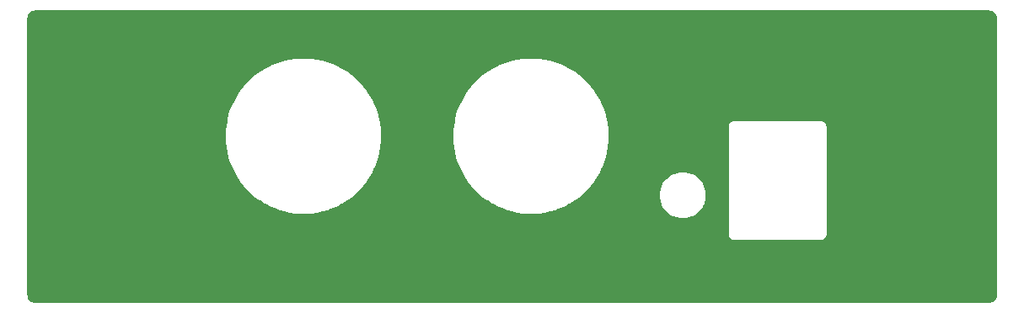
<source format=gbr>
%TF.GenerationSoftware,KiCad,Pcbnew,(6.0.11)*%
%TF.CreationDate,2023-08-23T19:51:56-07:00*%
%TF.ProjectId,miditwiddle-back,6d696469-7477-4696-9464-6c652d626163,rev?*%
%TF.SameCoordinates,PX9157080PY68799b0*%
%TF.FileFunction,Copper,L1,Top*%
%TF.FilePolarity,Positive*%
%FSLAX46Y46*%
G04 Gerber Fmt 4.6, Leading zero omitted, Abs format (unit mm)*
G04 Created by KiCad (PCBNEW (6.0.11)) date 2023-08-23 19:51:56*
%MOMM*%
%LPD*%
G01*
G04 APERTURE LIST*
%TA.AperFunction,ViaPad*%
%ADD10C,0.600000*%
%TD*%
G04 APERTURE END LIST*
D10*
%TO.N,GND*%
X-48000000Y21950000D03*
X-48000000Y-6050000D03*
X48000000Y-6050000D03*
X48000000Y21950000D03*
%TD*%
%TA.AperFunction,Conductor*%
%TO.N,GND*%
G36*
X47984142Y22642786D02*
G01*
X48000000Y22639990D01*
X48010855Y22641904D01*
X48021879Y22641904D01*
X48021879Y22640865D01*
X48034345Y22641317D01*
X48123179Y22632568D01*
X48147405Y22627749D01*
X48253973Y22595422D01*
X48276793Y22585970D01*
X48375010Y22533472D01*
X48395548Y22519749D01*
X48481634Y22449099D01*
X48499099Y22431634D01*
X48569749Y22345548D01*
X48583472Y22325010D01*
X48635970Y22226793D01*
X48645422Y22203973D01*
X48677749Y22097405D01*
X48682568Y22073179D01*
X48691317Y21984345D01*
X48690865Y21971879D01*
X48691904Y21971879D01*
X48691904Y21960855D01*
X48689990Y21950000D01*
X48691904Y21939146D01*
X48692786Y21934144D01*
X48694700Y21912264D01*
X48694700Y-6012264D01*
X48692786Y-6034142D01*
X48689990Y-6050000D01*
X48691904Y-6060855D01*
X48691904Y-6071879D01*
X48690865Y-6071879D01*
X48691317Y-6084345D01*
X48682568Y-6173179D01*
X48677749Y-6197405D01*
X48645422Y-6303973D01*
X48635970Y-6326793D01*
X48583472Y-6425010D01*
X48569749Y-6445548D01*
X48499099Y-6531634D01*
X48481634Y-6549099D01*
X48395548Y-6619749D01*
X48375010Y-6633472D01*
X48276793Y-6685970D01*
X48253973Y-6695422D01*
X48147405Y-6727749D01*
X48123179Y-6732568D01*
X48034345Y-6741317D01*
X48021879Y-6740865D01*
X48021879Y-6741904D01*
X48010855Y-6741904D01*
X48000000Y-6739990D01*
X47984142Y-6742786D01*
X47962264Y-6744700D01*
X-47962264Y-6744700D01*
X-47984142Y-6742786D01*
X-48000000Y-6739990D01*
X-48010855Y-6741904D01*
X-48021879Y-6741904D01*
X-48021879Y-6740865D01*
X-48034345Y-6741317D01*
X-48123179Y-6732568D01*
X-48147405Y-6727749D01*
X-48253973Y-6695422D01*
X-48276793Y-6685970D01*
X-48375010Y-6633472D01*
X-48395548Y-6619749D01*
X-48481634Y-6549099D01*
X-48499099Y-6531634D01*
X-48569749Y-6445548D01*
X-48583472Y-6425010D01*
X-48635970Y-6326793D01*
X-48645422Y-6303973D01*
X-48677749Y-6197405D01*
X-48682568Y-6173179D01*
X-48691317Y-6084345D01*
X-48690865Y-6071879D01*
X-48691904Y-6071879D01*
X-48691904Y-6060855D01*
X-48689990Y-6050000D01*
X-48692786Y-6034142D01*
X-48694700Y-6012264D01*
X-48694700Y100000D01*
X21759990Y100000D01*
X21761904Y89146D01*
X21761904Y89140D01*
X21763498Y80099D01*
X21763563Y79651D01*
X21763591Y79576D01*
X21763599Y79531D01*
X21763591Y79457D01*
X21764611Y72410D01*
X21764691Y71704D01*
X21762713Y71480D01*
X21762699Y71354D01*
X21764705Y71580D01*
X21774252Y-13151D01*
X21811860Y-120629D01*
X21872441Y-217043D01*
X21952957Y-297559D01*
X22049371Y-358140D01*
X22156849Y-395748D01*
X22163877Y-396540D01*
X22163886Y-396542D01*
X22188831Y-399353D01*
X22202338Y-401747D01*
X22209673Y-404673D01*
X22216068Y-405300D01*
X22232264Y-405300D01*
X22254141Y-407214D01*
X22270000Y-410010D01*
X22285858Y-407214D01*
X22307736Y-405300D01*
X31032264Y-405300D01*
X31054142Y-407214D01*
X31070000Y-410010D01*
X31080855Y-408096D01*
X31080860Y-408096D01*
X31089901Y-406502D01*
X31090349Y-406437D01*
X31090424Y-406409D01*
X31090469Y-406401D01*
X31090543Y-406409D01*
X31097590Y-405389D01*
X31098296Y-405309D01*
X31098520Y-407287D01*
X31098646Y-407301D01*
X31098420Y-405295D01*
X31176122Y-396540D01*
X31183151Y-395748D01*
X31290629Y-358140D01*
X31387043Y-297559D01*
X31467559Y-217043D01*
X31528140Y-120629D01*
X31565748Y-13151D01*
X31566540Y-6122D01*
X31566542Y-6114D01*
X31569353Y18831D01*
X31571747Y32338D01*
X31574673Y39673D01*
X31575300Y46068D01*
X31575300Y62264D01*
X31577214Y84144D01*
X31578096Y89146D01*
X31580010Y100000D01*
X31577214Y115858D01*
X31575300Y137736D01*
X31575300Y10962264D01*
X31577214Y10984144D01*
X31578096Y10989146D01*
X31580010Y11000000D01*
X31578096Y11010855D01*
X31578096Y11010860D01*
X31576502Y11019901D01*
X31576437Y11020349D01*
X31576409Y11020424D01*
X31576401Y11020469D01*
X31576409Y11020543D01*
X31575389Y11027590D01*
X31575309Y11028296D01*
X31577287Y11028520D01*
X31577301Y11028646D01*
X31575295Y11028420D01*
X31566540Y11106122D01*
X31565748Y11113151D01*
X31528140Y11220629D01*
X31467559Y11317043D01*
X31387043Y11397559D01*
X31290629Y11458140D01*
X31183151Y11495748D01*
X31176123Y11496540D01*
X31176114Y11496542D01*
X31151169Y11499353D01*
X31137662Y11501747D01*
X31130327Y11504673D01*
X31123932Y11505300D01*
X31107736Y11505300D01*
X31085859Y11507214D01*
X31070000Y11510010D01*
X31054142Y11507214D01*
X31032264Y11505300D01*
X22307736Y11505300D01*
X22285858Y11507214D01*
X22270000Y11510010D01*
X22259145Y11508096D01*
X22259140Y11508096D01*
X22250099Y11506502D01*
X22249651Y11506437D01*
X22249576Y11506409D01*
X22249531Y11506401D01*
X22249457Y11506409D01*
X22242410Y11505389D01*
X22241704Y11505309D01*
X22241480Y11507287D01*
X22241354Y11507301D01*
X22241580Y11505295D01*
X22156849Y11495748D01*
X22049371Y11458140D01*
X21952957Y11397559D01*
X21872441Y11317043D01*
X21811860Y11220629D01*
X21774252Y11113151D01*
X21773460Y11106123D01*
X21773458Y11106114D01*
X21770647Y11081169D01*
X21768253Y11067662D01*
X21765327Y11060327D01*
X21764700Y11053932D01*
X21764700Y11037736D01*
X21762786Y11015859D01*
X21759990Y11000000D01*
X21761904Y10989146D01*
X21762786Y10984144D01*
X21764700Y10962264D01*
X21764700Y137736D01*
X21762786Y115858D01*
X21759990Y100000D01*
X-48694700Y100000D01*
X-48694700Y10000000D01*
X-28765277Y10000000D01*
X-28762646Y9924659D01*
X-28746252Y9455183D01*
X-28689268Y8913020D01*
X-28594604Y8376152D01*
X-28462720Y7847196D01*
X-28294260Y7328728D01*
X-28293435Y7326687D01*
X-28293431Y7326675D01*
X-28108373Y6868643D01*
X-28090043Y6823274D01*
X-28089079Y6821298D01*
X-28089077Y6821293D01*
X-27854569Y6340482D01*
X-27851065Y6333297D01*
X-27578491Y5861184D01*
X-27577263Y5859364D01*
X-27577259Y5859357D01*
X-27495572Y5738251D01*
X-27273647Y5409234D01*
X-26938019Y4979651D01*
X-26936535Y4978003D01*
X-26574714Y4576159D01*
X-26574705Y4576149D01*
X-26573243Y4574526D01*
X-26181095Y4195833D01*
X-26179415Y4194423D01*
X-26179408Y4194417D01*
X-26012207Y4054119D01*
X-25763487Y3845418D01*
X-25761704Y3844122D01*
X-25761693Y3844114D01*
X-25364618Y3555623D01*
X-25322451Y3524987D01*
X-24860139Y3236102D01*
X-24735467Y3169813D01*
X-24472712Y3030104D01*
X-24378800Y2980170D01*
X-24376782Y2979272D01*
X-24376783Y2979272D01*
X-23882776Y2759325D01*
X-23882770Y2759323D01*
X-23880781Y2758437D01*
X-23878732Y2757691D01*
X-23878724Y2757688D01*
X-23662417Y2678959D01*
X-23368508Y2571985D01*
X-22844477Y2421722D01*
X-22311240Y2308379D01*
X-21771396Y2232509D01*
X-21769208Y2232356D01*
X-21229765Y2194634D01*
X-21229761Y2194634D01*
X-21227575Y2194481D01*
X-20682425Y2194481D01*
X-20680239Y2194634D01*
X-20680235Y2194634D01*
X-20140792Y2232356D01*
X-20138604Y2232509D01*
X-19598760Y2308379D01*
X-19065523Y2421722D01*
X-18541492Y2571985D01*
X-18247583Y2678959D01*
X-18031276Y2757688D01*
X-18031268Y2757691D01*
X-18029219Y2758437D01*
X-18027230Y2759323D01*
X-18027224Y2759325D01*
X-17533217Y2979272D01*
X-17533218Y2979272D01*
X-17531200Y2980170D01*
X-17437287Y3030104D01*
X-17174533Y3169813D01*
X-17049861Y3236102D01*
X-16587549Y3524987D01*
X-16545382Y3555623D01*
X-16148307Y3844114D01*
X-16148296Y3844122D01*
X-16146513Y3845418D01*
X-15897793Y4054119D01*
X-15730592Y4194417D01*
X-15730585Y4194423D01*
X-15728905Y4195833D01*
X-15336757Y4574526D01*
X-15335295Y4576149D01*
X-15335286Y4576159D01*
X-14973465Y4978003D01*
X-14971981Y4979651D01*
X-14636353Y5409234D01*
X-14414428Y5738251D01*
X-14332741Y5859357D01*
X-14332737Y5859364D01*
X-14331509Y5861184D01*
X-14058935Y6333297D01*
X-14055430Y6340482D01*
X-13820923Y6821293D01*
X-13820921Y6821298D01*
X-13819957Y6823274D01*
X-13801627Y6868643D01*
X-13616569Y7326675D01*
X-13616565Y7326687D01*
X-13615740Y7328728D01*
X-13447280Y7847196D01*
X-13315396Y8376152D01*
X-13220732Y8913020D01*
X-13163748Y9455183D01*
X-13144723Y10000000D01*
X-5905277Y10000000D01*
X-5902646Y9924659D01*
X-5886252Y9455183D01*
X-5829268Y8913020D01*
X-5734604Y8376152D01*
X-5602720Y7847196D01*
X-5434260Y7328728D01*
X-5433435Y7326687D01*
X-5433431Y7326675D01*
X-5248373Y6868643D01*
X-5230043Y6823274D01*
X-5229079Y6821298D01*
X-5229077Y6821293D01*
X-4994569Y6340482D01*
X-4991065Y6333297D01*
X-4718491Y5861184D01*
X-4717263Y5859364D01*
X-4717259Y5859357D01*
X-4635572Y5738251D01*
X-4413647Y5409234D01*
X-4078019Y4979651D01*
X-4076535Y4978003D01*
X-3714714Y4576159D01*
X-3714705Y4576149D01*
X-3713243Y4574526D01*
X-3321095Y4195833D01*
X-3319415Y4194423D01*
X-3319408Y4194417D01*
X-3152207Y4054119D01*
X-2903487Y3845418D01*
X-2901704Y3844122D01*
X-2901693Y3844114D01*
X-2504618Y3555623D01*
X-2462451Y3524987D01*
X-2000139Y3236102D01*
X-1875467Y3169813D01*
X-1612712Y3030104D01*
X-1518800Y2980170D01*
X-1516782Y2979272D01*
X-1516783Y2979272D01*
X-1022776Y2759325D01*
X-1022770Y2759323D01*
X-1020781Y2758437D01*
X-1018732Y2757691D01*
X-1018724Y2757688D01*
X-802417Y2678959D01*
X-508508Y2571985D01*
X15523Y2421722D01*
X548760Y2308379D01*
X1088604Y2232509D01*
X1090792Y2232356D01*
X1630235Y2194634D01*
X1630239Y2194634D01*
X1632425Y2194481D01*
X2177575Y2194481D01*
X2179761Y2194634D01*
X2179765Y2194634D01*
X2719208Y2232356D01*
X2721396Y2232509D01*
X3261240Y2308379D01*
X3794477Y2421722D01*
X4318508Y2571985D01*
X4612417Y2678959D01*
X4828724Y2757688D01*
X4828732Y2757691D01*
X4830781Y2758437D01*
X4832770Y2759323D01*
X4832776Y2759325D01*
X5326783Y2979272D01*
X5326782Y2979272D01*
X5328800Y2980170D01*
X5422713Y3030104D01*
X5685467Y3169813D01*
X5810139Y3236102D01*
X6272451Y3524987D01*
X6314618Y3555623D01*
X6711693Y3844114D01*
X6711704Y3844122D01*
X6713487Y3845418D01*
X6957298Y4050000D01*
X14834754Y4050000D01*
X14835024Y4045880D01*
X14848163Y3845418D01*
X14854518Y3748452D01*
X14855320Y3744419D01*
X14855321Y3744413D01*
X14899201Y3523817D01*
X14913474Y3452064D01*
X14914801Y3448155D01*
X14914802Y3448151D01*
X14986388Y3237266D01*
X15010611Y3165907D01*
X15144268Y2894877D01*
X15312159Y2643611D01*
X15511409Y2416409D01*
X15738611Y2217159D01*
X15989877Y2049268D01*
X15993576Y2047444D01*
X15993581Y2047441D01*
X16132691Y1978840D01*
X16260907Y1915611D01*
X16264812Y1914286D01*
X16264813Y1914285D01*
X16543151Y1819802D01*
X16543155Y1819801D01*
X16547064Y1818474D01*
X16551108Y1817670D01*
X16551114Y1817668D01*
X16839413Y1760321D01*
X16839419Y1760320D01*
X16843452Y1759518D01*
X16847557Y1759249D01*
X16847564Y1759248D01*
X17140880Y1740024D01*
X17145000Y1739754D01*
X17149120Y1740024D01*
X17442436Y1759248D01*
X17442443Y1759249D01*
X17446548Y1759518D01*
X17450581Y1760320D01*
X17450587Y1760321D01*
X17738886Y1817668D01*
X17738892Y1817670D01*
X17742936Y1818474D01*
X17746845Y1819801D01*
X17746849Y1819802D01*
X18025187Y1914285D01*
X18025188Y1914286D01*
X18029093Y1915611D01*
X18157309Y1978840D01*
X18296419Y2047441D01*
X18296424Y2047444D01*
X18300123Y2049268D01*
X18551389Y2217159D01*
X18778591Y2416409D01*
X18977841Y2643611D01*
X19145732Y2894877D01*
X19279389Y3165907D01*
X19303612Y3237266D01*
X19375198Y3448151D01*
X19375199Y3448155D01*
X19376526Y3452064D01*
X19390799Y3523817D01*
X19434679Y3744413D01*
X19434680Y3744419D01*
X19435482Y3748452D01*
X19441838Y3845418D01*
X19454976Y4045880D01*
X19455246Y4050000D01*
X19452488Y4092078D01*
X19435752Y4347436D01*
X19435751Y4347443D01*
X19435482Y4351548D01*
X19395282Y4553648D01*
X19377332Y4643886D01*
X19377330Y4643892D01*
X19376526Y4647936D01*
X19318330Y4819378D01*
X19280715Y4930187D01*
X19280714Y4930188D01*
X19279389Y4934093D01*
X19145732Y5205123D01*
X18977841Y5456389D01*
X18778591Y5683591D01*
X18551389Y5882841D01*
X18300123Y6050732D01*
X18296424Y6052556D01*
X18296419Y6052559D01*
X18109195Y6144887D01*
X18029093Y6184389D01*
X18025187Y6185715D01*
X17746849Y6280198D01*
X17746845Y6280199D01*
X17742936Y6281526D01*
X17738892Y6282330D01*
X17738886Y6282332D01*
X17450587Y6339679D01*
X17450581Y6339680D01*
X17446548Y6340482D01*
X17442443Y6340751D01*
X17442436Y6340752D01*
X17149120Y6359976D01*
X17145000Y6360246D01*
X17140880Y6359976D01*
X16847564Y6340752D01*
X16847557Y6340751D01*
X16843452Y6340482D01*
X16839419Y6339680D01*
X16839413Y6339679D01*
X16551114Y6282332D01*
X16551108Y6282330D01*
X16547064Y6281526D01*
X16543155Y6280199D01*
X16543151Y6280198D01*
X16264813Y6185715D01*
X16260907Y6184389D01*
X16180805Y6144887D01*
X15993581Y6052559D01*
X15993576Y6052556D01*
X15989877Y6050732D01*
X15738611Y5882841D01*
X15511409Y5683591D01*
X15312159Y5456389D01*
X15144268Y5205123D01*
X15010611Y4934093D01*
X15009286Y4930188D01*
X15009285Y4930187D01*
X14971671Y4819378D01*
X14913474Y4647936D01*
X14912670Y4643892D01*
X14912668Y4643886D01*
X14893094Y4545482D01*
X14854518Y4351548D01*
X14837662Y4094362D01*
X14834754Y4050000D01*
X6957298Y4050000D01*
X6962207Y4054119D01*
X7129408Y4194417D01*
X7129415Y4194423D01*
X7131095Y4195833D01*
X7523243Y4574526D01*
X7524705Y4576149D01*
X7524714Y4576159D01*
X7886535Y4978003D01*
X7888019Y4979651D01*
X8223647Y5409234D01*
X8445572Y5738251D01*
X8527259Y5859357D01*
X8527263Y5859364D01*
X8528491Y5861184D01*
X8801065Y6333297D01*
X8804570Y6340482D01*
X9039077Y6821293D01*
X9039079Y6821298D01*
X9040043Y6823274D01*
X9058373Y6868643D01*
X9243431Y7326675D01*
X9243435Y7326687D01*
X9244260Y7328728D01*
X9412720Y7847196D01*
X9544604Y8376152D01*
X9639268Y8913020D01*
X9696252Y9455183D01*
X9715277Y10000000D01*
X9696252Y10544817D01*
X9647269Y11010860D01*
X9639498Y11084794D01*
X9639497Y11084801D01*
X9639268Y11086980D01*
X9573411Y11460477D01*
X9544986Y11621683D01*
X9544985Y11621690D01*
X9544604Y11623848D01*
X9412720Y12152804D01*
X9244260Y12671272D01*
X9085849Y13063354D01*
X9040871Y13174677D01*
X9040869Y13174681D01*
X9040043Y13176726D01*
X8898919Y13466073D01*
X8802035Y13664715D01*
X8802030Y13664724D01*
X8801065Y13666703D01*
X8528491Y14138816D01*
X8223647Y14590766D01*
X7888019Y15020349D01*
X7732700Y15192848D01*
X7524714Y15423841D01*
X7524705Y15423851D01*
X7523243Y15425474D01*
X7131095Y15804167D01*
X7129415Y15805577D01*
X7129408Y15805583D01*
X6715183Y16153159D01*
X6715181Y16153161D01*
X6713487Y16154582D01*
X6711704Y16155878D01*
X6711693Y16155886D01*
X6274239Y16473714D01*
X6274238Y16473715D01*
X6272451Y16475013D01*
X5810139Y16763898D01*
X5328800Y17019830D01*
X5043130Y17147019D01*
X4832776Y17240675D01*
X4832770Y17240677D01*
X4830781Y17241563D01*
X4828732Y17242309D01*
X4828724Y17242312D01*
X4320582Y17427260D01*
X4318508Y17428015D01*
X3794477Y17578278D01*
X3261240Y17691621D01*
X2721396Y17767491D01*
X2714668Y17767961D01*
X2179765Y17805366D01*
X2179761Y17805366D01*
X2177575Y17805519D01*
X1632425Y17805519D01*
X1630239Y17805366D01*
X1630235Y17805366D01*
X1095332Y17767961D01*
X1088604Y17767491D01*
X548760Y17691621D01*
X15523Y17578278D01*
X-508508Y17428015D01*
X-510582Y17427260D01*
X-1018724Y17242312D01*
X-1018732Y17242309D01*
X-1020781Y17241563D01*
X-1022770Y17240677D01*
X-1022776Y17240675D01*
X-1233130Y17147019D01*
X-1518800Y17019830D01*
X-2000138Y16763898D01*
X-2462451Y16475013D01*
X-2464238Y16473715D01*
X-2464239Y16473714D01*
X-2901693Y16155886D01*
X-2901704Y16155878D01*
X-2903487Y16154582D01*
X-2905181Y16153161D01*
X-2905183Y16153159D01*
X-3319408Y15805583D01*
X-3319415Y15805577D01*
X-3321095Y15804167D01*
X-3713243Y15425474D01*
X-3714705Y15423851D01*
X-3714714Y15423841D01*
X-3922700Y15192848D01*
X-4078019Y15020349D01*
X-4413647Y14590766D01*
X-4718491Y14138816D01*
X-4991065Y13666703D01*
X-4992030Y13664724D01*
X-4992035Y13664715D01*
X-5088919Y13466073D01*
X-5230043Y13176726D01*
X-5230869Y13174681D01*
X-5230871Y13174677D01*
X-5275848Y13063354D01*
X-5434260Y12671272D01*
X-5602720Y12152804D01*
X-5734604Y11623848D01*
X-5734985Y11621690D01*
X-5734986Y11621683D01*
X-5763411Y11460477D01*
X-5829268Y11086980D01*
X-5829497Y11084801D01*
X-5829498Y11084794D01*
X-5837269Y11010860D01*
X-5886252Y10544817D01*
X-5905277Y10000000D01*
X-13144723Y10000000D01*
X-13163748Y10544817D01*
X-13212731Y11010860D01*
X-13220502Y11084794D01*
X-13220503Y11084801D01*
X-13220732Y11086980D01*
X-13286589Y11460477D01*
X-13315014Y11621683D01*
X-13315015Y11621690D01*
X-13315396Y11623848D01*
X-13447280Y12152804D01*
X-13615740Y12671272D01*
X-13774151Y13063354D01*
X-13819129Y13174677D01*
X-13819131Y13174681D01*
X-13819957Y13176726D01*
X-13961081Y13466073D01*
X-14057965Y13664715D01*
X-14057970Y13664724D01*
X-14058935Y13666703D01*
X-14331509Y14138816D01*
X-14636353Y14590766D01*
X-14971981Y15020349D01*
X-15127300Y15192848D01*
X-15335286Y15423841D01*
X-15335295Y15423851D01*
X-15336757Y15425474D01*
X-15728905Y15804167D01*
X-15730585Y15805577D01*
X-15730592Y15805583D01*
X-16144817Y16153159D01*
X-16144819Y16153161D01*
X-16146513Y16154582D01*
X-16148296Y16155878D01*
X-16148307Y16155886D01*
X-16585761Y16473714D01*
X-16585762Y16473715D01*
X-16587549Y16475013D01*
X-17049861Y16763898D01*
X-17531200Y17019830D01*
X-17816870Y17147019D01*
X-18027224Y17240675D01*
X-18027230Y17240677D01*
X-18029219Y17241563D01*
X-18031268Y17242309D01*
X-18031276Y17242312D01*
X-18539418Y17427260D01*
X-18541492Y17428015D01*
X-19065523Y17578278D01*
X-19598760Y17691621D01*
X-20138604Y17767491D01*
X-20145332Y17767961D01*
X-20680235Y17805366D01*
X-20680239Y17805366D01*
X-20682425Y17805519D01*
X-21227575Y17805519D01*
X-21229761Y17805366D01*
X-21229765Y17805366D01*
X-21764668Y17767961D01*
X-21771396Y17767491D01*
X-22311240Y17691621D01*
X-22844477Y17578278D01*
X-23368508Y17428015D01*
X-23370582Y17427260D01*
X-23878724Y17242312D01*
X-23878732Y17242309D01*
X-23880781Y17241563D01*
X-23882770Y17240677D01*
X-23882776Y17240675D01*
X-24093130Y17147019D01*
X-24378800Y17019830D01*
X-24860138Y16763898D01*
X-25322451Y16475013D01*
X-25324238Y16473715D01*
X-25324239Y16473714D01*
X-25761693Y16155886D01*
X-25761704Y16155878D01*
X-25763487Y16154582D01*
X-25765181Y16153161D01*
X-25765183Y16153159D01*
X-26179408Y15805583D01*
X-26179415Y15805577D01*
X-26181095Y15804167D01*
X-26573243Y15425474D01*
X-26574705Y15423851D01*
X-26574714Y15423841D01*
X-26782700Y15192848D01*
X-26938019Y15020349D01*
X-27273647Y14590766D01*
X-27578491Y14138816D01*
X-27851065Y13666703D01*
X-27852030Y13664724D01*
X-27852035Y13664715D01*
X-27948919Y13466073D01*
X-28090043Y13176726D01*
X-28090869Y13174681D01*
X-28090871Y13174677D01*
X-28135848Y13063354D01*
X-28294260Y12671272D01*
X-28462720Y12152804D01*
X-28594604Y11623848D01*
X-28594985Y11621690D01*
X-28594986Y11621683D01*
X-28623411Y11460477D01*
X-28689268Y11086980D01*
X-28689497Y11084801D01*
X-28689498Y11084794D01*
X-28697269Y11010860D01*
X-28746252Y10544817D01*
X-28765277Y10000000D01*
X-48694700Y10000000D01*
X-48694700Y21912264D01*
X-48692786Y21934144D01*
X-48691904Y21939146D01*
X-48689990Y21950000D01*
X-48691904Y21960855D01*
X-48691904Y21971879D01*
X-48690865Y21971879D01*
X-48691317Y21984345D01*
X-48682568Y22073179D01*
X-48677749Y22097405D01*
X-48645422Y22203973D01*
X-48635970Y22226793D01*
X-48583472Y22325010D01*
X-48569749Y22345548D01*
X-48499099Y22431634D01*
X-48481634Y22449099D01*
X-48395548Y22519749D01*
X-48375010Y22533472D01*
X-48276793Y22585970D01*
X-48253973Y22595422D01*
X-48147405Y22627749D01*
X-48123179Y22632568D01*
X-48034345Y22641317D01*
X-48021879Y22640865D01*
X-48021879Y22641904D01*
X-48010855Y22641904D01*
X-48000000Y22639990D01*
X-47984142Y22642786D01*
X-47962264Y22644700D01*
X47962264Y22644700D01*
X47984142Y22642786D01*
G37*
%TD.AperFunction*%
%TD*%
M02*

</source>
